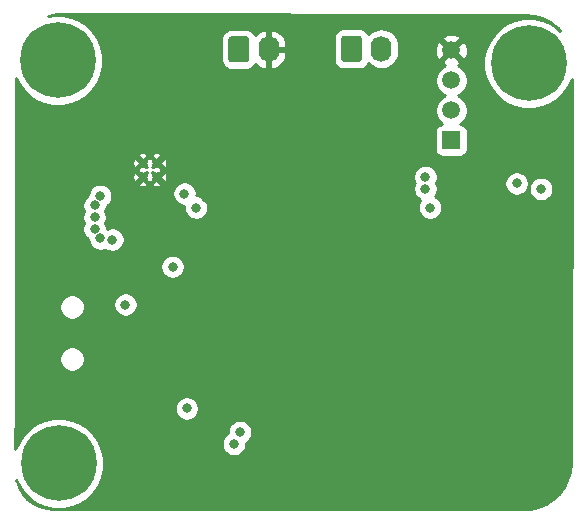
<source format=gbr>
G04 #@! TF.GenerationSoftware,KiCad,Pcbnew,5.1.5+dfsg1-2build2*
G04 #@! TF.CreationDate,2021-09-08T10:09:05+12:00*
G04 #@! TF.ProjectId,bbq-monitor,6262712d-6d6f-46e6-9974-6f722e6b6963,rev?*
G04 #@! TF.SameCoordinates,Original*
G04 #@! TF.FileFunction,Copper,L2,Inr*
G04 #@! TF.FilePolarity,Positive*
%FSLAX46Y46*%
G04 Gerber Fmt 4.6, Leading zero omitted, Abs format (unit mm)*
G04 Created by KiCad (PCBNEW 5.1.5+dfsg1-2build2) date 2021-09-08 10:09:05*
%MOMM*%
%LPD*%
G04 APERTURE LIST*
%ADD10C,0.800000*%
%ADD11C,6.400000*%
%ADD12O,1.740000X2.200000*%
%ADD13C,0.100000*%
%ADD14C,1.500000*%
%ADD15R,1.500000X1.500000*%
%ADD16C,0.500000*%
%ADD17C,0.254000*%
G04 APERTURE END LIST*
D10*
X152654000Y-95157888D03*
X150956944Y-94454944D03*
X149259888Y-95157888D03*
X148556944Y-96854944D03*
X149259888Y-98552000D03*
X150956944Y-99254944D03*
X152654000Y-98552000D03*
X153356944Y-96854944D03*
D11*
X150956944Y-96854944D03*
D10*
X152573056Y-61040944D03*
X150876000Y-60338000D03*
X149178944Y-61040944D03*
X148476000Y-62738000D03*
X149178944Y-64435056D03*
X150876000Y-65138000D03*
X152573056Y-64435056D03*
X153276000Y-62738000D03*
D11*
X150876000Y-62738000D03*
D12*
X168740000Y-61800000D03*
G04 #@! TA.AperFunction,ViaPad*
D13*
G36*
X166844505Y-60701204D02*
G01*
X166868773Y-60704804D01*
X166892572Y-60710765D01*
X166915671Y-60719030D01*
X166937850Y-60729520D01*
X166958893Y-60742132D01*
X166978599Y-60756747D01*
X166996777Y-60773223D01*
X167013253Y-60791401D01*
X167027868Y-60811107D01*
X167040480Y-60832150D01*
X167050970Y-60854329D01*
X167059235Y-60877428D01*
X167065196Y-60901227D01*
X167068796Y-60925495D01*
X167070000Y-60949999D01*
X167070000Y-62650001D01*
X167068796Y-62674505D01*
X167065196Y-62698773D01*
X167059235Y-62722572D01*
X167050970Y-62745671D01*
X167040480Y-62767850D01*
X167027868Y-62788893D01*
X167013253Y-62808599D01*
X166996777Y-62826777D01*
X166978599Y-62843253D01*
X166958893Y-62857868D01*
X166937850Y-62870480D01*
X166915671Y-62880970D01*
X166892572Y-62889235D01*
X166868773Y-62895196D01*
X166844505Y-62898796D01*
X166820001Y-62900000D01*
X165579999Y-62900000D01*
X165555495Y-62898796D01*
X165531227Y-62895196D01*
X165507428Y-62889235D01*
X165484329Y-62880970D01*
X165462150Y-62870480D01*
X165441107Y-62857868D01*
X165421401Y-62843253D01*
X165403223Y-62826777D01*
X165386747Y-62808599D01*
X165372132Y-62788893D01*
X165359520Y-62767850D01*
X165349030Y-62745671D01*
X165340765Y-62722572D01*
X165334804Y-62698773D01*
X165331204Y-62674505D01*
X165330000Y-62650001D01*
X165330000Y-60949999D01*
X165331204Y-60925495D01*
X165334804Y-60901227D01*
X165340765Y-60877428D01*
X165349030Y-60854329D01*
X165359520Y-60832150D01*
X165372132Y-60811107D01*
X165386747Y-60791401D01*
X165403223Y-60773223D01*
X165421401Y-60756747D01*
X165441107Y-60742132D01*
X165462150Y-60729520D01*
X165484329Y-60719030D01*
X165507428Y-60710765D01*
X165531227Y-60704804D01*
X165555495Y-60701204D01*
X165579999Y-60700000D01*
X166820001Y-60700000D01*
X166844505Y-60701204D01*
G37*
G04 #@! TD.AperFunction*
D11*
X190754000Y-62992000D03*
D10*
X190754000Y-60592000D03*
X192451056Y-61294944D03*
X193154000Y-62992000D03*
X192451056Y-64689056D03*
X190754000Y-65392000D03*
X189056944Y-64689056D03*
X188354000Y-62992000D03*
X189056944Y-61294944D03*
D14*
X184200000Y-61880000D03*
X184200000Y-64420000D03*
X184200000Y-66960000D03*
D15*
X184200000Y-69500000D03*
D16*
X158060000Y-72588000D03*
X158060000Y-71408000D03*
X159240000Y-72588000D03*
X159240000Y-71408000D03*
D12*
X178290000Y-61750000D03*
G04 #@! TA.AperFunction,ViaPad*
D13*
G36*
X176394505Y-60651204D02*
G01*
X176418773Y-60654804D01*
X176442572Y-60660765D01*
X176465671Y-60669030D01*
X176487850Y-60679520D01*
X176508893Y-60692132D01*
X176528599Y-60706747D01*
X176546777Y-60723223D01*
X176563253Y-60741401D01*
X176577868Y-60761107D01*
X176590480Y-60782150D01*
X176600970Y-60804329D01*
X176609235Y-60827428D01*
X176615196Y-60851227D01*
X176618796Y-60875495D01*
X176620000Y-60899999D01*
X176620000Y-62600001D01*
X176618796Y-62624505D01*
X176615196Y-62648773D01*
X176609235Y-62672572D01*
X176600970Y-62695671D01*
X176590480Y-62717850D01*
X176577868Y-62738893D01*
X176563253Y-62758599D01*
X176546777Y-62776777D01*
X176528599Y-62793253D01*
X176508893Y-62807868D01*
X176487850Y-62820480D01*
X176465671Y-62830970D01*
X176442572Y-62839235D01*
X176418773Y-62845196D01*
X176394505Y-62848796D01*
X176370001Y-62850000D01*
X175129999Y-62850000D01*
X175105495Y-62848796D01*
X175081227Y-62845196D01*
X175057428Y-62839235D01*
X175034329Y-62830970D01*
X175012150Y-62820480D01*
X174991107Y-62807868D01*
X174971401Y-62793253D01*
X174953223Y-62776777D01*
X174936747Y-62758599D01*
X174922132Y-62738893D01*
X174909520Y-62717850D01*
X174899030Y-62695671D01*
X174890765Y-62672572D01*
X174884804Y-62648773D01*
X174881204Y-62624505D01*
X174880000Y-62600001D01*
X174880000Y-60899999D01*
X174881204Y-60875495D01*
X174884804Y-60851227D01*
X174890765Y-60827428D01*
X174899030Y-60804329D01*
X174909520Y-60782150D01*
X174922132Y-60761107D01*
X174936747Y-60741401D01*
X174953223Y-60723223D01*
X174971401Y-60706747D01*
X174991107Y-60692132D01*
X175012150Y-60679520D01*
X175034329Y-60669030D01*
X175057428Y-60660765D01*
X175081227Y-60654804D01*
X175105495Y-60651204D01*
X175129999Y-60650000D01*
X176370001Y-60650000D01*
X176394505Y-60651204D01*
G37*
G04 #@! TD.AperFunction*
D10*
X166800000Y-91400000D03*
X165800000Y-90600000D03*
X185600000Y-86200000D03*
X185600000Y-85200000D03*
X186800000Y-85200000D03*
X186800000Y-86200000D03*
X186800000Y-87400000D03*
X185600000Y-87400000D03*
X184400000Y-87400000D03*
X184400000Y-86200000D03*
X184400000Y-85200000D03*
X192400000Y-80600000D03*
X193400000Y-80600000D03*
X190200000Y-75400000D03*
X192800000Y-94000000D03*
X193800000Y-94000000D03*
X170000000Y-93600000D03*
X163000000Y-95000000D03*
X163200000Y-88600000D03*
X156600000Y-87600000D03*
X162400000Y-80200000D03*
X164400000Y-74400000D03*
X163400000Y-74400000D03*
X172200000Y-71600000D03*
X173000000Y-70000000D03*
X171500000Y-70400000D03*
X154400000Y-68800000D03*
X154400000Y-69600000D03*
X156900000Y-68300000D03*
X162000000Y-67800000D03*
X162000000Y-67000000D03*
X162000000Y-68800000D03*
X162000000Y-69800000D03*
X161200000Y-70200000D03*
X154400000Y-72200000D03*
X180800000Y-70600000D03*
X163200000Y-89900000D03*
X156000000Y-88400000D03*
X154600000Y-88400000D03*
X176600000Y-72800000D03*
X176600000Y-73600000D03*
X180800000Y-75600000D03*
X161200000Y-71200000D03*
X161200000Y-72000000D03*
X161200000Y-72800000D03*
X182600000Y-69600000D03*
X172100000Y-69500000D03*
X158200000Y-80400000D03*
X159400000Y-82600000D03*
X154400000Y-71200000D03*
X154400000Y-68000000D03*
X149238000Y-67500000D03*
X152500000Y-66802000D03*
X153162000Y-70866000D03*
X149238000Y-70000000D03*
X149238000Y-72500000D03*
X152400000Y-74168000D03*
X149238000Y-75000000D03*
X149238000Y-77500000D03*
X152146000Y-78994000D03*
X164820000Y-97510000D03*
X150000000Y-92500000D03*
X152500000Y-92500000D03*
X155000000Y-92500000D03*
X157500000Y-92500000D03*
X157500000Y-95000000D03*
X155000000Y-95000000D03*
X160000000Y-92500000D03*
X160000000Y-95000000D03*
X160000000Y-97500000D03*
X157500000Y-97500000D03*
X155000000Y-100000000D03*
X157500000Y-100000000D03*
X160000000Y-100000000D03*
X162500000Y-100000000D03*
X167500000Y-100000000D03*
X165000000Y-100000000D03*
X170000000Y-100000000D03*
X172500000Y-100000000D03*
X175000000Y-100000000D03*
X177500000Y-100000000D03*
X180000000Y-100000000D03*
X182500000Y-100000000D03*
X185000000Y-100000000D03*
X187500000Y-100000000D03*
X190000000Y-100000000D03*
X162500000Y-97500000D03*
X167500000Y-97500000D03*
X170000000Y-97500000D03*
X170000000Y-95000000D03*
X167500000Y-95000000D03*
X180000000Y-85000000D03*
X180000000Y-87500000D03*
X180000000Y-90000000D03*
X180000000Y-92500000D03*
X182500000Y-92500000D03*
X185000000Y-92500000D03*
X187500000Y-92500000D03*
X190000000Y-92500000D03*
X192500000Y-92500000D03*
X192500000Y-87500000D03*
X192500000Y-85000000D03*
X192500000Y-82500000D03*
X190000000Y-82500000D03*
X187500000Y-82500000D03*
X182500000Y-82500000D03*
X185000000Y-82500000D03*
X180000000Y-82500000D03*
X192500000Y-90000000D03*
X190000000Y-90000000D03*
X187500000Y-90000000D03*
X185000000Y-90000000D03*
X182500000Y-90000000D03*
X190000000Y-87500000D03*
X190000000Y-85000000D03*
X155000000Y-60000000D03*
X172500000Y-60000000D03*
X172500000Y-62500000D03*
X170000000Y-65000000D03*
X167500000Y-65000000D03*
X165000000Y-65000000D03*
X192500000Y-70000000D03*
X192500000Y-67500000D03*
X190000000Y-67500000D03*
X187500000Y-67500000D03*
X187500000Y-60000000D03*
X182500000Y-60000000D03*
X193400000Y-76200000D03*
X182500000Y-62500000D03*
X182500000Y-65000000D03*
X182500000Y-67500000D03*
X173280000Y-86410000D03*
X172280000Y-85760000D03*
X177500000Y-92500000D03*
X177500000Y-90000000D03*
X177500000Y-87500000D03*
X177500000Y-85000000D03*
X177500000Y-82500000D03*
X185000000Y-72500000D03*
X185000000Y-75000000D03*
X190000000Y-70000000D03*
X189738000Y-73152000D03*
X182400000Y-75200000D03*
X161600000Y-74000000D03*
X165800000Y-95200000D03*
X191800000Y-73600000D03*
X182000000Y-72600000D03*
X182000000Y-73600000D03*
X160600000Y-80200000D03*
X154000000Y-75000000D03*
X154000000Y-76000000D03*
X154000000Y-77000000D03*
X162600000Y-75200000D03*
X161800000Y-92200000D03*
X154480000Y-77800000D03*
X154480000Y-74190000D03*
X155510000Y-77910000D03*
X156600000Y-83400000D03*
X166300000Y-94200000D03*
D17*
G36*
X190335282Y-58860991D02*
G01*
X190431628Y-58881440D01*
X190450114Y-58883378D01*
X191215142Y-58953448D01*
X191891794Y-59144068D01*
X192522377Y-59454806D01*
X193085771Y-59875255D01*
X193393908Y-60208399D01*
X193198670Y-60013161D01*
X192570554Y-59593467D01*
X191872628Y-59304377D01*
X191131715Y-59157000D01*
X190376285Y-59157000D01*
X189635372Y-59304377D01*
X188937446Y-59593467D01*
X188309330Y-60013161D01*
X187775161Y-60547330D01*
X187355467Y-61175446D01*
X187066377Y-61873372D01*
X186919000Y-62614285D01*
X186919000Y-63369715D01*
X187066377Y-64110628D01*
X187355467Y-64808554D01*
X187775161Y-65436670D01*
X188309330Y-65970839D01*
X188937446Y-66390533D01*
X189635372Y-66679623D01*
X190376285Y-66827000D01*
X191131715Y-66827000D01*
X191872628Y-66679623D01*
X192570554Y-66390533D01*
X193198670Y-65970839D01*
X193732839Y-65436670D01*
X194152533Y-64808554D01*
X194378089Y-64264013D01*
X194319716Y-96669182D01*
X194299290Y-96765416D01*
X194297352Y-96783903D01*
X194227282Y-97548930D01*
X194036661Y-98225584D01*
X193725925Y-98856164D01*
X193305473Y-99419561D01*
X192789395Y-99896900D01*
X192194968Y-100272201D01*
X191542101Y-100532890D01*
X190831264Y-100674502D01*
X190597173Y-100691968D01*
X190469029Y-100713451D01*
X190464777Y-100715000D01*
X150736110Y-100715000D01*
X150605071Y-100692036D01*
X150595181Y-100691355D01*
X149920243Y-100649600D01*
X149333593Y-100495257D01*
X148788095Y-100229906D01*
X148304526Y-99863654D01*
X147901305Y-99410450D01*
X147593793Y-98887564D01*
X147389968Y-98304224D01*
X147378153Y-98236316D01*
X147558411Y-98671498D01*
X147978105Y-99299614D01*
X148512274Y-99833783D01*
X149140390Y-100253477D01*
X149838316Y-100542567D01*
X150579229Y-100689944D01*
X151334659Y-100689944D01*
X152075572Y-100542567D01*
X152773498Y-100253477D01*
X153401614Y-99833783D01*
X153935783Y-99299614D01*
X154355477Y-98671498D01*
X154644567Y-97973572D01*
X154791944Y-97232659D01*
X154791944Y-96477229D01*
X154644567Y-95736316D01*
X154380194Y-95098061D01*
X164765000Y-95098061D01*
X164765000Y-95301939D01*
X164804774Y-95501898D01*
X164882795Y-95690256D01*
X164996063Y-95859774D01*
X165140226Y-96003937D01*
X165309744Y-96117205D01*
X165498102Y-96195226D01*
X165698061Y-96235000D01*
X165901939Y-96235000D01*
X166101898Y-96195226D01*
X166290256Y-96117205D01*
X166459774Y-96003937D01*
X166603937Y-95859774D01*
X166717205Y-95690256D01*
X166795226Y-95501898D01*
X166835000Y-95301939D01*
X166835000Y-95098061D01*
X166833112Y-95088570D01*
X166959774Y-95003937D01*
X167103937Y-94859774D01*
X167217205Y-94690256D01*
X167295226Y-94501898D01*
X167335000Y-94301939D01*
X167335000Y-94098061D01*
X167295226Y-93898102D01*
X167217205Y-93709744D01*
X167103937Y-93540226D01*
X166959774Y-93396063D01*
X166790256Y-93282795D01*
X166601898Y-93204774D01*
X166401939Y-93165000D01*
X166198061Y-93165000D01*
X165998102Y-93204774D01*
X165809744Y-93282795D01*
X165640226Y-93396063D01*
X165496063Y-93540226D01*
X165382795Y-93709744D01*
X165304774Y-93898102D01*
X165265000Y-94098061D01*
X165265000Y-94301939D01*
X165266888Y-94311430D01*
X165140226Y-94396063D01*
X164996063Y-94540226D01*
X164882795Y-94709744D01*
X164804774Y-94898102D01*
X164765000Y-95098061D01*
X154380194Y-95098061D01*
X154355477Y-95038390D01*
X153935783Y-94410274D01*
X153401614Y-93876105D01*
X152773498Y-93456411D01*
X152075572Y-93167321D01*
X151334659Y-93019944D01*
X150579229Y-93019944D01*
X149838316Y-93167321D01*
X149140390Y-93456411D01*
X148512274Y-93876105D01*
X147978105Y-94410274D01*
X147558411Y-95038390D01*
X147300960Y-95659934D01*
X147304158Y-92098061D01*
X160765000Y-92098061D01*
X160765000Y-92301939D01*
X160804774Y-92501898D01*
X160882795Y-92690256D01*
X160996063Y-92859774D01*
X161140226Y-93003937D01*
X161309744Y-93117205D01*
X161498102Y-93195226D01*
X161698061Y-93235000D01*
X161901939Y-93235000D01*
X162101898Y-93195226D01*
X162290256Y-93117205D01*
X162459774Y-93003937D01*
X162603937Y-92859774D01*
X162717205Y-92690256D01*
X162795226Y-92501898D01*
X162835000Y-92301939D01*
X162835000Y-92098061D01*
X162795226Y-91898102D01*
X162717205Y-91709744D01*
X162603937Y-91540226D01*
X162459774Y-91396063D01*
X162290256Y-91282795D01*
X162101898Y-91204774D01*
X161901939Y-91165000D01*
X161698061Y-91165000D01*
X161498102Y-91204774D01*
X161309744Y-91282795D01*
X161140226Y-91396063D01*
X160996063Y-91540226D01*
X160882795Y-91709744D01*
X160804774Y-91898102D01*
X160765000Y-92098061D01*
X147304158Y-92098061D01*
X147307935Y-87893137D01*
X151015000Y-87893137D01*
X151015000Y-88106863D01*
X151056696Y-88316483D01*
X151138485Y-88513940D01*
X151257225Y-88691647D01*
X151408353Y-88842775D01*
X151586060Y-88961515D01*
X151783517Y-89043304D01*
X151993137Y-89085000D01*
X152206863Y-89085000D01*
X152416483Y-89043304D01*
X152613940Y-88961515D01*
X152791647Y-88842775D01*
X152942775Y-88691647D01*
X153061515Y-88513940D01*
X153143304Y-88316483D01*
X153185000Y-88106863D01*
X153185000Y-87893137D01*
X153143304Y-87683517D01*
X153061515Y-87486060D01*
X152942775Y-87308353D01*
X152791647Y-87157225D01*
X152613940Y-87038485D01*
X152416483Y-86956696D01*
X152206863Y-86915000D01*
X151993137Y-86915000D01*
X151783517Y-86956696D01*
X151586060Y-87038485D01*
X151408353Y-87157225D01*
X151257225Y-87308353D01*
X151138485Y-87486060D01*
X151056696Y-87683517D01*
X151015000Y-87893137D01*
X147307935Y-87893137D01*
X147311886Y-83493137D01*
X151015000Y-83493137D01*
X151015000Y-83706863D01*
X151056696Y-83916483D01*
X151138485Y-84113940D01*
X151257225Y-84291647D01*
X151408353Y-84442775D01*
X151586060Y-84561515D01*
X151783517Y-84643304D01*
X151993137Y-84685000D01*
X152206863Y-84685000D01*
X152416483Y-84643304D01*
X152613940Y-84561515D01*
X152791647Y-84442775D01*
X152942775Y-84291647D01*
X153061515Y-84113940D01*
X153143304Y-83916483D01*
X153185000Y-83706863D01*
X153185000Y-83493137D01*
X153146197Y-83298061D01*
X155565000Y-83298061D01*
X155565000Y-83501939D01*
X155604774Y-83701898D01*
X155682795Y-83890256D01*
X155796063Y-84059774D01*
X155940226Y-84203937D01*
X156109744Y-84317205D01*
X156298102Y-84395226D01*
X156498061Y-84435000D01*
X156701939Y-84435000D01*
X156901898Y-84395226D01*
X157090256Y-84317205D01*
X157259774Y-84203937D01*
X157403937Y-84059774D01*
X157517205Y-83890256D01*
X157595226Y-83701898D01*
X157635000Y-83501939D01*
X157635000Y-83298061D01*
X157595226Y-83098102D01*
X157517205Y-82909744D01*
X157403937Y-82740226D01*
X157259774Y-82596063D01*
X157090256Y-82482795D01*
X156901898Y-82404774D01*
X156701939Y-82365000D01*
X156498061Y-82365000D01*
X156298102Y-82404774D01*
X156109744Y-82482795D01*
X155940226Y-82596063D01*
X155796063Y-82740226D01*
X155682795Y-82909744D01*
X155604774Y-83098102D01*
X155565000Y-83298061D01*
X153146197Y-83298061D01*
X153143304Y-83283517D01*
X153061515Y-83086060D01*
X152942775Y-82908353D01*
X152791647Y-82757225D01*
X152613940Y-82638485D01*
X152416483Y-82556696D01*
X152206863Y-82515000D01*
X151993137Y-82515000D01*
X151783517Y-82556696D01*
X151586060Y-82638485D01*
X151408353Y-82757225D01*
X151257225Y-82908353D01*
X151138485Y-83086060D01*
X151056696Y-83283517D01*
X151015000Y-83493137D01*
X147311886Y-83493137D01*
X147314935Y-80098061D01*
X159565000Y-80098061D01*
X159565000Y-80301939D01*
X159604774Y-80501898D01*
X159682795Y-80690256D01*
X159796063Y-80859774D01*
X159940226Y-81003937D01*
X160109744Y-81117205D01*
X160298102Y-81195226D01*
X160498061Y-81235000D01*
X160701939Y-81235000D01*
X160901898Y-81195226D01*
X161090256Y-81117205D01*
X161259774Y-81003937D01*
X161403937Y-80859774D01*
X161517205Y-80690256D01*
X161595226Y-80501898D01*
X161635000Y-80301939D01*
X161635000Y-80098061D01*
X161595226Y-79898102D01*
X161517205Y-79709744D01*
X161403937Y-79540226D01*
X161259774Y-79396063D01*
X161090256Y-79282795D01*
X160901898Y-79204774D01*
X160701939Y-79165000D01*
X160498061Y-79165000D01*
X160298102Y-79204774D01*
X160109744Y-79282795D01*
X159940226Y-79396063D01*
X159796063Y-79540226D01*
X159682795Y-79709744D01*
X159604774Y-79898102D01*
X159565000Y-80098061D01*
X147314935Y-80098061D01*
X147319606Y-74898061D01*
X152965000Y-74898061D01*
X152965000Y-75101939D01*
X153004774Y-75301898D01*
X153082795Y-75490256D01*
X153089306Y-75500000D01*
X153082795Y-75509744D01*
X153004774Y-75698102D01*
X152965000Y-75898061D01*
X152965000Y-76101939D01*
X153004774Y-76301898D01*
X153082795Y-76490256D01*
X153089306Y-76500000D01*
X153082795Y-76509744D01*
X153004774Y-76698102D01*
X152965000Y-76898061D01*
X152965000Y-77101939D01*
X153004774Y-77301898D01*
X153082795Y-77490256D01*
X153196063Y-77659774D01*
X153340226Y-77803937D01*
X153445000Y-77873945D01*
X153445000Y-77901939D01*
X153484774Y-78101898D01*
X153562795Y-78290256D01*
X153676063Y-78459774D01*
X153820226Y-78603937D01*
X153989744Y-78717205D01*
X154178102Y-78795226D01*
X154378061Y-78835000D01*
X154581939Y-78835000D01*
X154781898Y-78795226D01*
X154899179Y-78746646D01*
X155019744Y-78827205D01*
X155208102Y-78905226D01*
X155408061Y-78945000D01*
X155611939Y-78945000D01*
X155811898Y-78905226D01*
X156000256Y-78827205D01*
X156169774Y-78713937D01*
X156313937Y-78569774D01*
X156427205Y-78400256D01*
X156505226Y-78211898D01*
X156545000Y-78011939D01*
X156545000Y-77808061D01*
X156505226Y-77608102D01*
X156427205Y-77419744D01*
X156313937Y-77250226D01*
X156169774Y-77106063D01*
X156000256Y-76992795D01*
X155811898Y-76914774D01*
X155611939Y-76875000D01*
X155408061Y-76875000D01*
X155208102Y-76914774D01*
X155090821Y-76963354D01*
X155035000Y-76926055D01*
X155035000Y-76898061D01*
X154995226Y-76698102D01*
X154917205Y-76509744D01*
X154910694Y-76500000D01*
X154917205Y-76490256D01*
X154995226Y-76301898D01*
X155035000Y-76101939D01*
X155035000Y-75898061D01*
X154995226Y-75698102D01*
X154917205Y-75509744D01*
X154910694Y-75500000D01*
X154917205Y-75490256D01*
X154995226Y-75301898D01*
X155035000Y-75101939D01*
X155035000Y-75063945D01*
X155139774Y-74993937D01*
X155283937Y-74849774D01*
X155397205Y-74680256D01*
X155475226Y-74491898D01*
X155515000Y-74291939D01*
X155515000Y-74088061D01*
X155477207Y-73898061D01*
X160565000Y-73898061D01*
X160565000Y-74101939D01*
X160604774Y-74301898D01*
X160682795Y-74490256D01*
X160796063Y-74659774D01*
X160940226Y-74803937D01*
X161109744Y-74917205D01*
X161298102Y-74995226D01*
X161498061Y-75035000D01*
X161577544Y-75035000D01*
X161565000Y-75098061D01*
X161565000Y-75301939D01*
X161604774Y-75501898D01*
X161682795Y-75690256D01*
X161796063Y-75859774D01*
X161940226Y-76003937D01*
X162109744Y-76117205D01*
X162298102Y-76195226D01*
X162498061Y-76235000D01*
X162701939Y-76235000D01*
X162901898Y-76195226D01*
X163090256Y-76117205D01*
X163259774Y-76003937D01*
X163403937Y-75859774D01*
X163517205Y-75690256D01*
X163595226Y-75501898D01*
X163635000Y-75301939D01*
X163635000Y-75098061D01*
X163595226Y-74898102D01*
X163517205Y-74709744D01*
X163403937Y-74540226D01*
X163259774Y-74396063D01*
X163090256Y-74282795D01*
X162901898Y-74204774D01*
X162701939Y-74165000D01*
X162622456Y-74165000D01*
X162635000Y-74101939D01*
X162635000Y-73898061D01*
X162595226Y-73698102D01*
X162517205Y-73509744D01*
X162403937Y-73340226D01*
X162259774Y-73196063D01*
X162090256Y-73082795D01*
X161901898Y-73004774D01*
X161701939Y-72965000D01*
X161498061Y-72965000D01*
X161298102Y-73004774D01*
X161109744Y-73082795D01*
X160940226Y-73196063D01*
X160796063Y-73340226D01*
X160682795Y-73509744D01*
X160604774Y-73698102D01*
X160565000Y-73898061D01*
X155477207Y-73898061D01*
X155475226Y-73888102D01*
X155397205Y-73699744D01*
X155283937Y-73530226D01*
X155139774Y-73386063D01*
X154970256Y-73272795D01*
X154781898Y-73194774D01*
X154728558Y-73184164D01*
X157637784Y-73184164D01*
X157641826Y-73372827D01*
X157802974Y-73439328D01*
X157973998Y-73473113D01*
X158148328Y-73472884D01*
X158319264Y-73438649D01*
X158478174Y-73372827D01*
X158482216Y-73184164D01*
X158817784Y-73184164D01*
X158821826Y-73372827D01*
X158982974Y-73439328D01*
X159153998Y-73473113D01*
X159328328Y-73472884D01*
X159499264Y-73438649D01*
X159658174Y-73372827D01*
X159662216Y-73184164D01*
X159240000Y-72761948D01*
X158817784Y-73184164D01*
X158482216Y-73184164D01*
X158060000Y-72761948D01*
X157637784Y-73184164D01*
X154728558Y-73184164D01*
X154581939Y-73155000D01*
X154378061Y-73155000D01*
X154178102Y-73194774D01*
X153989744Y-73272795D01*
X153820226Y-73386063D01*
X153676063Y-73530226D01*
X153562795Y-73699744D01*
X153484774Y-73888102D01*
X153445000Y-74088061D01*
X153445000Y-74126055D01*
X153340226Y-74196063D01*
X153196063Y-74340226D01*
X153082795Y-74509744D01*
X153004774Y-74698102D01*
X152965000Y-74898061D01*
X147319606Y-74898061D01*
X147321758Y-72501998D01*
X157174887Y-72501998D01*
X157175116Y-72676328D01*
X157209351Y-72847264D01*
X157275173Y-73006174D01*
X157463836Y-73010216D01*
X157886052Y-72588000D01*
X157463836Y-72165784D01*
X157275173Y-72169826D01*
X157208672Y-72330974D01*
X157174887Y-72501998D01*
X147321758Y-72501998D01*
X147322215Y-71991836D01*
X157637784Y-71991836D01*
X157643948Y-71998000D01*
X157637784Y-72004164D01*
X157641826Y-72192827D01*
X157802974Y-72259328D01*
X157930460Y-72284512D01*
X158060000Y-72414052D01*
X158189392Y-72284660D01*
X158319264Y-72258649D01*
X158438982Y-72209061D01*
X158388672Y-72330974D01*
X158363488Y-72458460D01*
X158233948Y-72588000D01*
X158363340Y-72717392D01*
X158389351Y-72847264D01*
X158455173Y-73006174D01*
X158643836Y-73010216D01*
X158650000Y-73004052D01*
X158656164Y-73010216D01*
X158844827Y-73006174D01*
X158911328Y-72845026D01*
X158936512Y-72717540D01*
X159066052Y-72588000D01*
X159413948Y-72588000D01*
X159836164Y-73010216D01*
X160024827Y-73006174D01*
X160091328Y-72845026D01*
X160125113Y-72674002D01*
X160124884Y-72499672D01*
X160124562Y-72498061D01*
X180965000Y-72498061D01*
X180965000Y-72701939D01*
X181004774Y-72901898D01*
X181082795Y-73090256D01*
X181089306Y-73100000D01*
X181082795Y-73109744D01*
X181004774Y-73298102D01*
X180965000Y-73498061D01*
X180965000Y-73701939D01*
X181004774Y-73901898D01*
X181082795Y-74090256D01*
X181196063Y-74259774D01*
X181340226Y-74403937D01*
X181509744Y-74517205D01*
X181589399Y-74550199D01*
X181482795Y-74709744D01*
X181404774Y-74898102D01*
X181365000Y-75098061D01*
X181365000Y-75301939D01*
X181404774Y-75501898D01*
X181482795Y-75690256D01*
X181596063Y-75859774D01*
X181740226Y-76003937D01*
X181909744Y-76117205D01*
X182098102Y-76195226D01*
X182298061Y-76235000D01*
X182501939Y-76235000D01*
X182701898Y-76195226D01*
X182890256Y-76117205D01*
X183059774Y-76003937D01*
X183203937Y-75859774D01*
X183317205Y-75690256D01*
X183395226Y-75501898D01*
X183435000Y-75301939D01*
X183435000Y-75098061D01*
X183395226Y-74898102D01*
X183317205Y-74709744D01*
X183203937Y-74540226D01*
X183059774Y-74396063D01*
X182890256Y-74282795D01*
X182810601Y-74249801D01*
X182917205Y-74090256D01*
X182995226Y-73901898D01*
X183035000Y-73701939D01*
X183035000Y-73498061D01*
X182995226Y-73298102D01*
X182917205Y-73109744D01*
X182910694Y-73100000D01*
X182917205Y-73090256D01*
X182933854Y-73050061D01*
X188703000Y-73050061D01*
X188703000Y-73253939D01*
X188742774Y-73453898D01*
X188820795Y-73642256D01*
X188934063Y-73811774D01*
X189078226Y-73955937D01*
X189247744Y-74069205D01*
X189436102Y-74147226D01*
X189636061Y-74187000D01*
X189839939Y-74187000D01*
X190039898Y-74147226D01*
X190228256Y-74069205D01*
X190397774Y-73955937D01*
X190541937Y-73811774D01*
X190655205Y-73642256D01*
X190714932Y-73498061D01*
X190765000Y-73498061D01*
X190765000Y-73701939D01*
X190804774Y-73901898D01*
X190882795Y-74090256D01*
X190996063Y-74259774D01*
X191140226Y-74403937D01*
X191309744Y-74517205D01*
X191498102Y-74595226D01*
X191698061Y-74635000D01*
X191901939Y-74635000D01*
X192101898Y-74595226D01*
X192290256Y-74517205D01*
X192459774Y-74403937D01*
X192603937Y-74259774D01*
X192717205Y-74090256D01*
X192795226Y-73901898D01*
X192835000Y-73701939D01*
X192835000Y-73498061D01*
X192795226Y-73298102D01*
X192717205Y-73109744D01*
X192603937Y-72940226D01*
X192459774Y-72796063D01*
X192290256Y-72682795D01*
X192101898Y-72604774D01*
X191901939Y-72565000D01*
X191698061Y-72565000D01*
X191498102Y-72604774D01*
X191309744Y-72682795D01*
X191140226Y-72796063D01*
X190996063Y-72940226D01*
X190882795Y-73109744D01*
X190804774Y-73298102D01*
X190765000Y-73498061D01*
X190714932Y-73498061D01*
X190733226Y-73453898D01*
X190773000Y-73253939D01*
X190773000Y-73050061D01*
X190733226Y-72850102D01*
X190655205Y-72661744D01*
X190541937Y-72492226D01*
X190397774Y-72348063D01*
X190228256Y-72234795D01*
X190039898Y-72156774D01*
X189839939Y-72117000D01*
X189636061Y-72117000D01*
X189436102Y-72156774D01*
X189247744Y-72234795D01*
X189078226Y-72348063D01*
X188934063Y-72492226D01*
X188820795Y-72661744D01*
X188742774Y-72850102D01*
X188703000Y-73050061D01*
X182933854Y-73050061D01*
X182995226Y-72901898D01*
X183035000Y-72701939D01*
X183035000Y-72498061D01*
X182995226Y-72298102D01*
X182917205Y-72109744D01*
X182803937Y-71940226D01*
X182659774Y-71796063D01*
X182490256Y-71682795D01*
X182301898Y-71604774D01*
X182101939Y-71565000D01*
X181898061Y-71565000D01*
X181698102Y-71604774D01*
X181509744Y-71682795D01*
X181340226Y-71796063D01*
X181196063Y-71940226D01*
X181082795Y-72109744D01*
X181004774Y-72298102D01*
X180965000Y-72498061D01*
X160124562Y-72498061D01*
X160090649Y-72328736D01*
X160024827Y-72169826D01*
X159836164Y-72165784D01*
X159413948Y-72588000D01*
X159066052Y-72588000D01*
X158936660Y-72458608D01*
X158910649Y-72328736D01*
X158861061Y-72209018D01*
X158982974Y-72259328D01*
X159110460Y-72284512D01*
X159240000Y-72414052D01*
X159369392Y-72284660D01*
X159499264Y-72258649D01*
X159658174Y-72192827D01*
X159662216Y-72004164D01*
X159656052Y-71998000D01*
X159662216Y-71991836D01*
X159658174Y-71803173D01*
X159497026Y-71736672D01*
X159369540Y-71711488D01*
X159240000Y-71581948D01*
X159110608Y-71711340D01*
X158980736Y-71737351D01*
X158861018Y-71786939D01*
X158911328Y-71665026D01*
X158936512Y-71537540D01*
X159066052Y-71408000D01*
X159413948Y-71408000D01*
X159836164Y-71830216D01*
X160024827Y-71826174D01*
X160091328Y-71665026D01*
X160125113Y-71494002D01*
X160124884Y-71319672D01*
X160090649Y-71148736D01*
X160024827Y-70989826D01*
X159836164Y-70985784D01*
X159413948Y-71408000D01*
X159066052Y-71408000D01*
X158936660Y-71278608D01*
X158910649Y-71148736D01*
X158844827Y-70989826D01*
X158656164Y-70985784D01*
X158650000Y-70991948D01*
X158643836Y-70985784D01*
X158455173Y-70989826D01*
X158388672Y-71150974D01*
X158363488Y-71278460D01*
X158233948Y-71408000D01*
X158363340Y-71537392D01*
X158389351Y-71667264D01*
X158438939Y-71786982D01*
X158317026Y-71736672D01*
X158189540Y-71711488D01*
X158060000Y-71581948D01*
X157930608Y-71711340D01*
X157800736Y-71737351D01*
X157641826Y-71803173D01*
X157637784Y-71991836D01*
X147322215Y-71991836D01*
X147322817Y-71321998D01*
X157174887Y-71321998D01*
X157175116Y-71496328D01*
X157209351Y-71667264D01*
X157275173Y-71826174D01*
X157463836Y-71830216D01*
X157886052Y-71408000D01*
X157463836Y-70985784D01*
X157275173Y-70989826D01*
X157208672Y-71150974D01*
X157174887Y-71321998D01*
X147322817Y-71321998D01*
X147323275Y-70811836D01*
X157637784Y-70811836D01*
X158060000Y-71234052D01*
X158482216Y-70811836D01*
X158817784Y-70811836D01*
X159240000Y-71234052D01*
X159662216Y-70811836D01*
X159658174Y-70623173D01*
X159497026Y-70556672D01*
X159326002Y-70522887D01*
X159151672Y-70523116D01*
X158980736Y-70557351D01*
X158821826Y-70623173D01*
X158817784Y-70811836D01*
X158482216Y-70811836D01*
X158478174Y-70623173D01*
X158317026Y-70556672D01*
X158146002Y-70522887D01*
X157971672Y-70523116D01*
X157800736Y-70557351D01*
X157641826Y-70623173D01*
X157637784Y-70811836D01*
X147323275Y-70811836D01*
X147325127Y-68750000D01*
X182811928Y-68750000D01*
X182811928Y-70250000D01*
X182824188Y-70374482D01*
X182860498Y-70494180D01*
X182919463Y-70604494D01*
X182998815Y-70701185D01*
X183095506Y-70780537D01*
X183205820Y-70839502D01*
X183325518Y-70875812D01*
X183450000Y-70888072D01*
X184950000Y-70888072D01*
X185074482Y-70875812D01*
X185194180Y-70839502D01*
X185304494Y-70780537D01*
X185401185Y-70701185D01*
X185480537Y-70604494D01*
X185539502Y-70494180D01*
X185575812Y-70374482D01*
X185588072Y-70250000D01*
X185588072Y-68750000D01*
X185575812Y-68625518D01*
X185539502Y-68505820D01*
X185480537Y-68395506D01*
X185401185Y-68298815D01*
X185304494Y-68219463D01*
X185194180Y-68160498D01*
X185074482Y-68124188D01*
X184966517Y-68113555D01*
X185082886Y-68035799D01*
X185275799Y-67842886D01*
X185427371Y-67616043D01*
X185531775Y-67363989D01*
X185585000Y-67096411D01*
X185585000Y-66823589D01*
X185531775Y-66556011D01*
X185427371Y-66303957D01*
X185275799Y-66077114D01*
X185082886Y-65884201D01*
X184856043Y-65732629D01*
X184753127Y-65690000D01*
X184856043Y-65647371D01*
X185082886Y-65495799D01*
X185275799Y-65302886D01*
X185427371Y-65076043D01*
X185531775Y-64823989D01*
X185585000Y-64556411D01*
X185585000Y-64283589D01*
X185531775Y-64016011D01*
X185427371Y-63763957D01*
X185275799Y-63537114D01*
X185082886Y-63344201D01*
X184856043Y-63192629D01*
X184756721Y-63151489D01*
X184798832Y-63136277D01*
X184911863Y-63075860D01*
X184977388Y-62836993D01*
X184200000Y-62059605D01*
X183422612Y-62836993D01*
X183488137Y-63075860D01*
X183646477Y-63150164D01*
X183543957Y-63192629D01*
X183317114Y-63344201D01*
X183124201Y-63537114D01*
X182972629Y-63763957D01*
X182868225Y-64016011D01*
X182815000Y-64283589D01*
X182815000Y-64556411D01*
X182868225Y-64823989D01*
X182972629Y-65076043D01*
X183124201Y-65302886D01*
X183317114Y-65495799D01*
X183543957Y-65647371D01*
X183646873Y-65690000D01*
X183543957Y-65732629D01*
X183317114Y-65884201D01*
X183124201Y-66077114D01*
X182972629Y-66303957D01*
X182868225Y-66556011D01*
X182815000Y-66823589D01*
X182815000Y-67096411D01*
X182868225Y-67363989D01*
X182972629Y-67616043D01*
X183124201Y-67842886D01*
X183317114Y-68035799D01*
X183433483Y-68113555D01*
X183325518Y-68124188D01*
X183205820Y-68160498D01*
X183095506Y-68219463D01*
X182998815Y-68298815D01*
X182919463Y-68395506D01*
X182860498Y-68505820D01*
X182824188Y-68625518D01*
X182811928Y-68750000D01*
X147325127Y-68750000D01*
X147329218Y-64196650D01*
X147477467Y-64554554D01*
X147897161Y-65182670D01*
X148431330Y-65716839D01*
X149059446Y-66136533D01*
X149757372Y-66425623D01*
X150498285Y-66573000D01*
X151253715Y-66573000D01*
X151994628Y-66425623D01*
X152692554Y-66136533D01*
X153320670Y-65716839D01*
X153854839Y-65182670D01*
X154274533Y-64554554D01*
X154563623Y-63856628D01*
X154711000Y-63115715D01*
X154711000Y-62360285D01*
X154563623Y-61619372D01*
X154286361Y-60949999D01*
X164691928Y-60949999D01*
X164691928Y-62650001D01*
X164708992Y-62823255D01*
X164759528Y-62989851D01*
X164841595Y-63143387D01*
X164952038Y-63277962D01*
X165086613Y-63388405D01*
X165240149Y-63470472D01*
X165406745Y-63521008D01*
X165579999Y-63538072D01*
X166820001Y-63538072D01*
X166993255Y-63521008D01*
X167159851Y-63470472D01*
X167313387Y-63388405D01*
X167447962Y-63277962D01*
X167558405Y-63143387D01*
X167616507Y-63034686D01*
X167769506Y-63190536D01*
X168014563Y-63357571D01*
X168287498Y-63473588D01*
X168379969Y-63491302D01*
X168613000Y-63370246D01*
X168613000Y-61927000D01*
X168867000Y-61927000D01*
X168867000Y-63370246D01*
X169100031Y-63491302D01*
X169192502Y-63473588D01*
X169465437Y-63357571D01*
X169710494Y-63190536D01*
X169918256Y-62978903D01*
X170080738Y-62730804D01*
X170191696Y-62455773D01*
X170246866Y-62164380D01*
X170090586Y-61927000D01*
X168867000Y-61927000D01*
X168613000Y-61927000D01*
X168593000Y-61927000D01*
X168593000Y-61673000D01*
X168613000Y-61673000D01*
X168613000Y-60229754D01*
X168867000Y-60229754D01*
X168867000Y-61673000D01*
X170090586Y-61673000D01*
X170246866Y-61435620D01*
X170191696Y-61144227D01*
X170093166Y-60899999D01*
X174241928Y-60899999D01*
X174241928Y-62600001D01*
X174258992Y-62773255D01*
X174309528Y-62939851D01*
X174391595Y-63093387D01*
X174502038Y-63227962D01*
X174636613Y-63338405D01*
X174790149Y-63420472D01*
X174956745Y-63471008D01*
X175129999Y-63488072D01*
X176370001Y-63488072D01*
X176543255Y-63471008D01*
X176709851Y-63420472D01*
X176863387Y-63338405D01*
X176997962Y-63227962D01*
X177108405Y-63093387D01*
X177166934Y-62983886D01*
X177220655Y-63049345D01*
X177449822Y-63237417D01*
X177711276Y-63377166D01*
X177994969Y-63463224D01*
X178290000Y-63492282D01*
X178585032Y-63463224D01*
X178868725Y-63377166D01*
X179130179Y-63237417D01*
X179359345Y-63049345D01*
X179547417Y-62820179D01*
X179687166Y-62558724D01*
X179773224Y-62275031D01*
X179795000Y-62053935D01*
X179795000Y-61952492D01*
X182810188Y-61952492D01*
X182851035Y-62222238D01*
X182943723Y-62478832D01*
X183004140Y-62591863D01*
X183243007Y-62657388D01*
X184020395Y-61880000D01*
X184379605Y-61880000D01*
X185156993Y-62657388D01*
X185395860Y-62591863D01*
X185511760Y-62344884D01*
X185577250Y-62080040D01*
X185589812Y-61807508D01*
X185548965Y-61537762D01*
X185456277Y-61281168D01*
X185395860Y-61168137D01*
X185156993Y-61102612D01*
X184379605Y-61880000D01*
X184020395Y-61880000D01*
X183243007Y-61102612D01*
X183004140Y-61168137D01*
X182888240Y-61415116D01*
X182822750Y-61679960D01*
X182810188Y-61952492D01*
X179795000Y-61952492D01*
X179795000Y-61446064D01*
X179773224Y-61224968D01*
X179687166Y-60941275D01*
X179677402Y-60923007D01*
X183422612Y-60923007D01*
X184200000Y-61700395D01*
X184977388Y-60923007D01*
X184911863Y-60684140D01*
X184664884Y-60568240D01*
X184400040Y-60502750D01*
X184127508Y-60490188D01*
X183857762Y-60531035D01*
X183601168Y-60623723D01*
X183488137Y-60684140D01*
X183422612Y-60923007D01*
X179677402Y-60923007D01*
X179547417Y-60679821D01*
X179359345Y-60450655D01*
X179130178Y-60262583D01*
X178868724Y-60122834D01*
X178585031Y-60036776D01*
X178290000Y-60007718D01*
X177994968Y-60036776D01*
X177711275Y-60122834D01*
X177449821Y-60262583D01*
X177220655Y-60450655D01*
X177166935Y-60516114D01*
X177108405Y-60406613D01*
X176997962Y-60272038D01*
X176863387Y-60161595D01*
X176709851Y-60079528D01*
X176543255Y-60028992D01*
X176370001Y-60011928D01*
X175129999Y-60011928D01*
X174956745Y-60028992D01*
X174790149Y-60079528D01*
X174636613Y-60161595D01*
X174502038Y-60272038D01*
X174391595Y-60406613D01*
X174309528Y-60560149D01*
X174258992Y-60726745D01*
X174241928Y-60899999D01*
X170093166Y-60899999D01*
X170080738Y-60869196D01*
X169918256Y-60621097D01*
X169710494Y-60409464D01*
X169465437Y-60242429D01*
X169192502Y-60126412D01*
X169100031Y-60108698D01*
X168867000Y-60229754D01*
X168613000Y-60229754D01*
X168379969Y-60108698D01*
X168287498Y-60126412D01*
X168014563Y-60242429D01*
X167769506Y-60409464D01*
X167616507Y-60565314D01*
X167558405Y-60456613D01*
X167447962Y-60322038D01*
X167313387Y-60211595D01*
X167159851Y-60129528D01*
X166993255Y-60078992D01*
X166820001Y-60061928D01*
X165579999Y-60061928D01*
X165406745Y-60078992D01*
X165240149Y-60129528D01*
X165086613Y-60211595D01*
X164952038Y-60322038D01*
X164841595Y-60456613D01*
X164759528Y-60610149D01*
X164708992Y-60776745D01*
X164691928Y-60949999D01*
X154286361Y-60949999D01*
X154274533Y-60921446D01*
X153854839Y-60293330D01*
X153320670Y-59759161D01*
X152692554Y-59339467D01*
X151994628Y-59050377D01*
X151253715Y-58903000D01*
X150498285Y-58903000D01*
X150040310Y-58994097D01*
X150107896Y-58967110D01*
X150818736Y-58825498D01*
X151052827Y-58808032D01*
X151180971Y-58786549D01*
X151184244Y-58785356D01*
X190335282Y-58860991D01*
G37*
X190335282Y-58860991D02*
X190431628Y-58881440D01*
X190450114Y-58883378D01*
X191215142Y-58953448D01*
X191891794Y-59144068D01*
X192522377Y-59454806D01*
X193085771Y-59875255D01*
X193393908Y-60208399D01*
X193198670Y-60013161D01*
X192570554Y-59593467D01*
X191872628Y-59304377D01*
X191131715Y-59157000D01*
X190376285Y-59157000D01*
X189635372Y-59304377D01*
X188937446Y-59593467D01*
X188309330Y-60013161D01*
X187775161Y-60547330D01*
X187355467Y-61175446D01*
X187066377Y-61873372D01*
X186919000Y-62614285D01*
X186919000Y-63369715D01*
X187066377Y-64110628D01*
X187355467Y-64808554D01*
X187775161Y-65436670D01*
X188309330Y-65970839D01*
X188937446Y-66390533D01*
X189635372Y-66679623D01*
X190376285Y-66827000D01*
X191131715Y-66827000D01*
X191872628Y-66679623D01*
X192570554Y-66390533D01*
X193198670Y-65970839D01*
X193732839Y-65436670D01*
X194152533Y-64808554D01*
X194378089Y-64264013D01*
X194319716Y-96669182D01*
X194299290Y-96765416D01*
X194297352Y-96783903D01*
X194227282Y-97548930D01*
X194036661Y-98225584D01*
X193725925Y-98856164D01*
X193305473Y-99419561D01*
X192789395Y-99896900D01*
X192194968Y-100272201D01*
X191542101Y-100532890D01*
X190831264Y-100674502D01*
X190597173Y-100691968D01*
X190469029Y-100713451D01*
X190464777Y-100715000D01*
X150736110Y-100715000D01*
X150605071Y-100692036D01*
X150595181Y-100691355D01*
X149920243Y-100649600D01*
X149333593Y-100495257D01*
X148788095Y-100229906D01*
X148304526Y-99863654D01*
X147901305Y-99410450D01*
X147593793Y-98887564D01*
X147389968Y-98304224D01*
X147378153Y-98236316D01*
X147558411Y-98671498D01*
X147978105Y-99299614D01*
X148512274Y-99833783D01*
X149140390Y-100253477D01*
X149838316Y-100542567D01*
X150579229Y-100689944D01*
X151334659Y-100689944D01*
X152075572Y-100542567D01*
X152773498Y-100253477D01*
X153401614Y-99833783D01*
X153935783Y-99299614D01*
X154355477Y-98671498D01*
X154644567Y-97973572D01*
X154791944Y-97232659D01*
X154791944Y-96477229D01*
X154644567Y-95736316D01*
X154380194Y-95098061D01*
X164765000Y-95098061D01*
X164765000Y-95301939D01*
X164804774Y-95501898D01*
X164882795Y-95690256D01*
X164996063Y-95859774D01*
X165140226Y-96003937D01*
X165309744Y-96117205D01*
X165498102Y-96195226D01*
X165698061Y-96235000D01*
X165901939Y-96235000D01*
X166101898Y-96195226D01*
X166290256Y-96117205D01*
X166459774Y-96003937D01*
X166603937Y-95859774D01*
X166717205Y-95690256D01*
X166795226Y-95501898D01*
X166835000Y-95301939D01*
X166835000Y-95098061D01*
X166833112Y-95088570D01*
X166959774Y-95003937D01*
X167103937Y-94859774D01*
X167217205Y-94690256D01*
X167295226Y-94501898D01*
X167335000Y-94301939D01*
X167335000Y-94098061D01*
X167295226Y-93898102D01*
X167217205Y-93709744D01*
X167103937Y-93540226D01*
X166959774Y-93396063D01*
X166790256Y-93282795D01*
X166601898Y-93204774D01*
X166401939Y-93165000D01*
X166198061Y-93165000D01*
X165998102Y-93204774D01*
X165809744Y-93282795D01*
X165640226Y-93396063D01*
X165496063Y-93540226D01*
X165382795Y-93709744D01*
X165304774Y-93898102D01*
X165265000Y-94098061D01*
X165265000Y-94301939D01*
X165266888Y-94311430D01*
X165140226Y-94396063D01*
X164996063Y-94540226D01*
X164882795Y-94709744D01*
X164804774Y-94898102D01*
X164765000Y-95098061D01*
X154380194Y-95098061D01*
X154355477Y-95038390D01*
X153935783Y-94410274D01*
X153401614Y-93876105D01*
X152773498Y-93456411D01*
X152075572Y-93167321D01*
X151334659Y-93019944D01*
X150579229Y-93019944D01*
X149838316Y-93167321D01*
X149140390Y-93456411D01*
X148512274Y-93876105D01*
X147978105Y-94410274D01*
X147558411Y-95038390D01*
X147300960Y-95659934D01*
X147304158Y-92098061D01*
X160765000Y-92098061D01*
X160765000Y-92301939D01*
X160804774Y-92501898D01*
X160882795Y-92690256D01*
X160996063Y-92859774D01*
X161140226Y-93003937D01*
X161309744Y-93117205D01*
X161498102Y-93195226D01*
X161698061Y-93235000D01*
X161901939Y-93235000D01*
X162101898Y-93195226D01*
X162290256Y-93117205D01*
X162459774Y-93003937D01*
X162603937Y-92859774D01*
X162717205Y-92690256D01*
X162795226Y-92501898D01*
X162835000Y-92301939D01*
X162835000Y-92098061D01*
X162795226Y-91898102D01*
X162717205Y-91709744D01*
X162603937Y-91540226D01*
X162459774Y-91396063D01*
X162290256Y-91282795D01*
X162101898Y-91204774D01*
X161901939Y-91165000D01*
X161698061Y-91165000D01*
X161498102Y-91204774D01*
X161309744Y-91282795D01*
X161140226Y-91396063D01*
X160996063Y-91540226D01*
X160882795Y-91709744D01*
X160804774Y-91898102D01*
X160765000Y-92098061D01*
X147304158Y-92098061D01*
X147307935Y-87893137D01*
X151015000Y-87893137D01*
X151015000Y-88106863D01*
X151056696Y-88316483D01*
X151138485Y-88513940D01*
X151257225Y-88691647D01*
X151408353Y-88842775D01*
X151586060Y-88961515D01*
X151783517Y-89043304D01*
X151993137Y-89085000D01*
X152206863Y-89085000D01*
X152416483Y-89043304D01*
X152613940Y-88961515D01*
X152791647Y-88842775D01*
X152942775Y-88691647D01*
X153061515Y-88513940D01*
X153143304Y-88316483D01*
X153185000Y-88106863D01*
X153185000Y-87893137D01*
X153143304Y-87683517D01*
X153061515Y-87486060D01*
X152942775Y-87308353D01*
X152791647Y-87157225D01*
X152613940Y-87038485D01*
X152416483Y-86956696D01*
X152206863Y-86915000D01*
X151993137Y-86915000D01*
X151783517Y-86956696D01*
X151586060Y-87038485D01*
X151408353Y-87157225D01*
X151257225Y-87308353D01*
X151138485Y-87486060D01*
X151056696Y-87683517D01*
X151015000Y-87893137D01*
X147307935Y-87893137D01*
X147311886Y-83493137D01*
X151015000Y-83493137D01*
X151015000Y-83706863D01*
X151056696Y-83916483D01*
X151138485Y-84113940D01*
X151257225Y-84291647D01*
X151408353Y-84442775D01*
X151586060Y-84561515D01*
X151783517Y-84643304D01*
X151993137Y-84685000D01*
X152206863Y-84685000D01*
X152416483Y-84643304D01*
X152613940Y-84561515D01*
X152791647Y-84442775D01*
X152942775Y-84291647D01*
X153061515Y-84113940D01*
X153143304Y-83916483D01*
X153185000Y-83706863D01*
X153185000Y-83493137D01*
X153146197Y-83298061D01*
X155565000Y-83298061D01*
X155565000Y-83501939D01*
X155604774Y-83701898D01*
X155682795Y-83890256D01*
X155796063Y-84059774D01*
X155940226Y-84203937D01*
X156109744Y-84317205D01*
X156298102Y-84395226D01*
X156498061Y-84435000D01*
X156701939Y-84435000D01*
X156901898Y-84395226D01*
X157090256Y-84317205D01*
X157259774Y-84203937D01*
X157403937Y-84059774D01*
X157517205Y-83890256D01*
X157595226Y-83701898D01*
X157635000Y-83501939D01*
X157635000Y-83298061D01*
X157595226Y-83098102D01*
X157517205Y-82909744D01*
X157403937Y-82740226D01*
X157259774Y-82596063D01*
X157090256Y-82482795D01*
X156901898Y-82404774D01*
X156701939Y-82365000D01*
X156498061Y-82365000D01*
X156298102Y-82404774D01*
X156109744Y-82482795D01*
X155940226Y-82596063D01*
X155796063Y-82740226D01*
X155682795Y-82909744D01*
X155604774Y-83098102D01*
X155565000Y-83298061D01*
X153146197Y-83298061D01*
X153143304Y-83283517D01*
X153061515Y-83086060D01*
X152942775Y-82908353D01*
X152791647Y-82757225D01*
X152613940Y-82638485D01*
X152416483Y-82556696D01*
X152206863Y-82515000D01*
X151993137Y-82515000D01*
X151783517Y-82556696D01*
X151586060Y-82638485D01*
X151408353Y-82757225D01*
X151257225Y-82908353D01*
X151138485Y-83086060D01*
X151056696Y-83283517D01*
X151015000Y-83493137D01*
X147311886Y-83493137D01*
X147314935Y-80098061D01*
X159565000Y-80098061D01*
X159565000Y-80301939D01*
X159604774Y-80501898D01*
X159682795Y-80690256D01*
X159796063Y-80859774D01*
X159940226Y-81003937D01*
X160109744Y-81117205D01*
X160298102Y-81195226D01*
X160498061Y-81235000D01*
X160701939Y-81235000D01*
X160901898Y-81195226D01*
X161090256Y-81117205D01*
X161259774Y-81003937D01*
X161403937Y-80859774D01*
X161517205Y-80690256D01*
X161595226Y-80501898D01*
X161635000Y-80301939D01*
X161635000Y-80098061D01*
X161595226Y-79898102D01*
X161517205Y-79709744D01*
X161403937Y-79540226D01*
X161259774Y-79396063D01*
X161090256Y-79282795D01*
X160901898Y-79204774D01*
X160701939Y-79165000D01*
X160498061Y-79165000D01*
X160298102Y-79204774D01*
X160109744Y-79282795D01*
X159940226Y-79396063D01*
X159796063Y-79540226D01*
X159682795Y-79709744D01*
X159604774Y-79898102D01*
X159565000Y-80098061D01*
X147314935Y-80098061D01*
X147319606Y-74898061D01*
X152965000Y-74898061D01*
X152965000Y-75101939D01*
X153004774Y-75301898D01*
X153082795Y-75490256D01*
X153089306Y-75500000D01*
X153082795Y-75509744D01*
X153004774Y-75698102D01*
X152965000Y-75898061D01*
X152965000Y-76101939D01*
X153004774Y-76301898D01*
X153082795Y-76490256D01*
X153089306Y-76500000D01*
X153082795Y-76509744D01*
X153004774Y-76698102D01*
X152965000Y-76898061D01*
X152965000Y-77101939D01*
X153004774Y-77301898D01*
X153082795Y-77490256D01*
X153196063Y-77659774D01*
X153340226Y-77803937D01*
X153445000Y-77873945D01*
X153445000Y-77901939D01*
X153484774Y-78101898D01*
X153562795Y-78290256D01*
X153676063Y-78459774D01*
X153820226Y-78603937D01*
X153989744Y-78717205D01*
X154178102Y-78795226D01*
X154378061Y-78835000D01*
X154581939Y-78835000D01*
X154781898Y-78795226D01*
X154899179Y-78746646D01*
X155019744Y-78827205D01*
X155208102Y-78905226D01*
X155408061Y-78945000D01*
X155611939Y-78945000D01*
X155811898Y-78905226D01*
X156000256Y-78827205D01*
X156169774Y-78713937D01*
X156313937Y-78569774D01*
X156427205Y-78400256D01*
X156505226Y-78211898D01*
X156545000Y-78011939D01*
X156545000Y-77808061D01*
X156505226Y-77608102D01*
X156427205Y-77419744D01*
X156313937Y-77250226D01*
X156169774Y-77106063D01*
X156000256Y-76992795D01*
X155811898Y-76914774D01*
X155611939Y-76875000D01*
X155408061Y-76875000D01*
X155208102Y-76914774D01*
X155090821Y-76963354D01*
X155035000Y-76926055D01*
X155035000Y-76898061D01*
X154995226Y-76698102D01*
X154917205Y-76509744D01*
X154910694Y-76500000D01*
X154917205Y-76490256D01*
X154995226Y-76301898D01*
X155035000Y-76101939D01*
X155035000Y-75898061D01*
X154995226Y-75698102D01*
X154917205Y-75509744D01*
X154910694Y-75500000D01*
X154917205Y-75490256D01*
X154995226Y-75301898D01*
X155035000Y-75101939D01*
X155035000Y-75063945D01*
X155139774Y-74993937D01*
X155283937Y-74849774D01*
X155397205Y-74680256D01*
X155475226Y-74491898D01*
X155515000Y-74291939D01*
X155515000Y-74088061D01*
X155477207Y-73898061D01*
X160565000Y-73898061D01*
X160565000Y-74101939D01*
X160604774Y-74301898D01*
X160682795Y-74490256D01*
X160796063Y-74659774D01*
X160940226Y-74803937D01*
X161109744Y-74917205D01*
X161298102Y-74995226D01*
X161498061Y-75035000D01*
X161577544Y-75035000D01*
X161565000Y-75098061D01*
X161565000Y-75301939D01*
X161604774Y-75501898D01*
X161682795Y-75690256D01*
X161796063Y-75859774D01*
X161940226Y-76003937D01*
X162109744Y-76117205D01*
X162298102Y-76195226D01*
X162498061Y-76235000D01*
X162701939Y-76235000D01*
X162901898Y-76195226D01*
X163090256Y-76117205D01*
X163259774Y-76003937D01*
X163403937Y-75859774D01*
X163517205Y-75690256D01*
X163595226Y-75501898D01*
X163635000Y-75301939D01*
X163635000Y-75098061D01*
X163595226Y-74898102D01*
X163517205Y-74709744D01*
X163403937Y-74540226D01*
X163259774Y-74396063D01*
X163090256Y-74282795D01*
X162901898Y-74204774D01*
X162701939Y-74165000D01*
X162622456Y-74165000D01*
X162635000Y-74101939D01*
X162635000Y-73898061D01*
X162595226Y-73698102D01*
X162517205Y-73509744D01*
X162403937Y-73340226D01*
X162259774Y-73196063D01*
X162090256Y-73082795D01*
X161901898Y-73004774D01*
X161701939Y-72965000D01*
X161498061Y-72965000D01*
X161298102Y-73004774D01*
X161109744Y-73082795D01*
X160940226Y-73196063D01*
X160796063Y-73340226D01*
X160682795Y-73509744D01*
X160604774Y-73698102D01*
X160565000Y-73898061D01*
X155477207Y-73898061D01*
X155475226Y-73888102D01*
X155397205Y-73699744D01*
X155283937Y-73530226D01*
X155139774Y-73386063D01*
X154970256Y-73272795D01*
X154781898Y-73194774D01*
X154728558Y-73184164D01*
X157637784Y-73184164D01*
X157641826Y-73372827D01*
X157802974Y-73439328D01*
X157973998Y-73473113D01*
X158148328Y-73472884D01*
X158319264Y-73438649D01*
X158478174Y-73372827D01*
X158482216Y-73184164D01*
X158817784Y-73184164D01*
X158821826Y-73372827D01*
X158982974Y-73439328D01*
X159153998Y-73473113D01*
X159328328Y-73472884D01*
X159499264Y-73438649D01*
X159658174Y-73372827D01*
X159662216Y-73184164D01*
X159240000Y-72761948D01*
X158817784Y-73184164D01*
X158482216Y-73184164D01*
X158060000Y-72761948D01*
X157637784Y-73184164D01*
X154728558Y-73184164D01*
X154581939Y-73155000D01*
X154378061Y-73155000D01*
X154178102Y-73194774D01*
X153989744Y-73272795D01*
X153820226Y-73386063D01*
X153676063Y-73530226D01*
X153562795Y-73699744D01*
X153484774Y-73888102D01*
X153445000Y-74088061D01*
X153445000Y-74126055D01*
X153340226Y-74196063D01*
X153196063Y-74340226D01*
X153082795Y-74509744D01*
X153004774Y-74698102D01*
X152965000Y-74898061D01*
X147319606Y-74898061D01*
X147321758Y-72501998D01*
X157174887Y-72501998D01*
X157175116Y-72676328D01*
X157209351Y-72847264D01*
X157275173Y-73006174D01*
X157463836Y-73010216D01*
X157886052Y-72588000D01*
X157463836Y-72165784D01*
X157275173Y-72169826D01*
X157208672Y-72330974D01*
X157174887Y-72501998D01*
X147321758Y-72501998D01*
X147322215Y-71991836D01*
X157637784Y-71991836D01*
X157643948Y-71998000D01*
X157637784Y-72004164D01*
X157641826Y-72192827D01*
X157802974Y-72259328D01*
X157930460Y-72284512D01*
X158060000Y-72414052D01*
X158189392Y-72284660D01*
X158319264Y-72258649D01*
X158438982Y-72209061D01*
X158388672Y-72330974D01*
X158363488Y-72458460D01*
X158233948Y-72588000D01*
X158363340Y-72717392D01*
X158389351Y-72847264D01*
X158455173Y-73006174D01*
X158643836Y-73010216D01*
X158650000Y-73004052D01*
X158656164Y-73010216D01*
X158844827Y-73006174D01*
X158911328Y-72845026D01*
X158936512Y-72717540D01*
X159066052Y-72588000D01*
X159413948Y-72588000D01*
X159836164Y-73010216D01*
X160024827Y-73006174D01*
X160091328Y-72845026D01*
X160125113Y-72674002D01*
X160124884Y-72499672D01*
X160124562Y-72498061D01*
X180965000Y-72498061D01*
X180965000Y-72701939D01*
X181004774Y-72901898D01*
X181082795Y-73090256D01*
X181089306Y-73100000D01*
X181082795Y-73109744D01*
X181004774Y-73298102D01*
X180965000Y-73498061D01*
X180965000Y-73701939D01*
X181004774Y-73901898D01*
X181082795Y-74090256D01*
X181196063Y-74259774D01*
X181340226Y-74403937D01*
X181509744Y-74517205D01*
X181589399Y-74550199D01*
X181482795Y-74709744D01*
X181404774Y-74898102D01*
X181365000Y-75098061D01*
X181365000Y-75301939D01*
X181404774Y-75501898D01*
X181482795Y-75690256D01*
X181596063Y-75859774D01*
X181740226Y-76003937D01*
X181909744Y-76117205D01*
X182098102Y-76195226D01*
X182298061Y-76235000D01*
X182501939Y-76235000D01*
X182701898Y-76195226D01*
X182890256Y-76117205D01*
X183059774Y-76003937D01*
X183203937Y-75859774D01*
X183317205Y-75690256D01*
X183395226Y-75501898D01*
X183435000Y-75301939D01*
X183435000Y-75098061D01*
X183395226Y-74898102D01*
X183317205Y-74709744D01*
X183203937Y-74540226D01*
X183059774Y-74396063D01*
X182890256Y-74282795D01*
X182810601Y-74249801D01*
X182917205Y-74090256D01*
X182995226Y-73901898D01*
X183035000Y-73701939D01*
X183035000Y-73498061D01*
X182995226Y-73298102D01*
X182917205Y-73109744D01*
X182910694Y-73100000D01*
X182917205Y-73090256D01*
X182933854Y-73050061D01*
X188703000Y-73050061D01*
X188703000Y-73253939D01*
X188742774Y-73453898D01*
X188820795Y-73642256D01*
X188934063Y-73811774D01*
X189078226Y-73955937D01*
X189247744Y-74069205D01*
X189436102Y-74147226D01*
X189636061Y-74187000D01*
X189839939Y-74187000D01*
X190039898Y-74147226D01*
X190228256Y-74069205D01*
X190397774Y-73955937D01*
X190541937Y-73811774D01*
X190655205Y-73642256D01*
X190714932Y-73498061D01*
X190765000Y-73498061D01*
X190765000Y-73701939D01*
X190804774Y-73901898D01*
X190882795Y-74090256D01*
X190996063Y-74259774D01*
X191140226Y-74403937D01*
X191309744Y-74517205D01*
X191498102Y-74595226D01*
X191698061Y-74635000D01*
X191901939Y-74635000D01*
X192101898Y-74595226D01*
X192290256Y-74517205D01*
X192459774Y-74403937D01*
X192603937Y-74259774D01*
X192717205Y-74090256D01*
X192795226Y-73901898D01*
X192835000Y-73701939D01*
X192835000Y-73498061D01*
X192795226Y-73298102D01*
X192717205Y-73109744D01*
X192603937Y-72940226D01*
X192459774Y-72796063D01*
X192290256Y-72682795D01*
X192101898Y-72604774D01*
X191901939Y-72565000D01*
X191698061Y-72565000D01*
X191498102Y-72604774D01*
X191309744Y-72682795D01*
X191140226Y-72796063D01*
X190996063Y-72940226D01*
X190882795Y-73109744D01*
X190804774Y-73298102D01*
X190765000Y-73498061D01*
X190714932Y-73498061D01*
X190733226Y-73453898D01*
X190773000Y-73253939D01*
X190773000Y-73050061D01*
X190733226Y-72850102D01*
X190655205Y-72661744D01*
X190541937Y-72492226D01*
X190397774Y-72348063D01*
X190228256Y-72234795D01*
X190039898Y-72156774D01*
X189839939Y-72117000D01*
X189636061Y-72117000D01*
X189436102Y-72156774D01*
X189247744Y-72234795D01*
X189078226Y-72348063D01*
X188934063Y-72492226D01*
X188820795Y-72661744D01*
X188742774Y-72850102D01*
X188703000Y-73050061D01*
X182933854Y-73050061D01*
X182995226Y-72901898D01*
X183035000Y-72701939D01*
X183035000Y-72498061D01*
X182995226Y-72298102D01*
X182917205Y-72109744D01*
X182803937Y-71940226D01*
X182659774Y-71796063D01*
X182490256Y-71682795D01*
X182301898Y-71604774D01*
X182101939Y-71565000D01*
X181898061Y-71565000D01*
X181698102Y-71604774D01*
X181509744Y-71682795D01*
X181340226Y-71796063D01*
X181196063Y-71940226D01*
X181082795Y-72109744D01*
X181004774Y-72298102D01*
X180965000Y-72498061D01*
X160124562Y-72498061D01*
X160090649Y-72328736D01*
X160024827Y-72169826D01*
X159836164Y-72165784D01*
X159413948Y-72588000D01*
X159066052Y-72588000D01*
X158936660Y-72458608D01*
X158910649Y-72328736D01*
X158861061Y-72209018D01*
X158982974Y-72259328D01*
X159110460Y-72284512D01*
X159240000Y-72414052D01*
X159369392Y-72284660D01*
X159499264Y-72258649D01*
X159658174Y-72192827D01*
X159662216Y-72004164D01*
X159656052Y-71998000D01*
X159662216Y-71991836D01*
X159658174Y-71803173D01*
X159497026Y-71736672D01*
X159369540Y-71711488D01*
X159240000Y-71581948D01*
X159110608Y-71711340D01*
X158980736Y-71737351D01*
X158861018Y-71786939D01*
X158911328Y-71665026D01*
X158936512Y-71537540D01*
X159066052Y-71408000D01*
X159413948Y-71408000D01*
X159836164Y-71830216D01*
X160024827Y-71826174D01*
X160091328Y-71665026D01*
X160125113Y-71494002D01*
X160124884Y-71319672D01*
X160090649Y-71148736D01*
X160024827Y-70989826D01*
X159836164Y-70985784D01*
X159413948Y-71408000D01*
X159066052Y-71408000D01*
X158936660Y-71278608D01*
X158910649Y-71148736D01*
X158844827Y-70989826D01*
X158656164Y-70985784D01*
X158650000Y-70991948D01*
X158643836Y-70985784D01*
X158455173Y-70989826D01*
X158388672Y-71150974D01*
X158363488Y-71278460D01*
X158233948Y-71408000D01*
X158363340Y-71537392D01*
X158389351Y-71667264D01*
X158438939Y-71786982D01*
X158317026Y-71736672D01*
X158189540Y-71711488D01*
X158060000Y-71581948D01*
X157930608Y-71711340D01*
X157800736Y-71737351D01*
X157641826Y-71803173D01*
X157637784Y-71991836D01*
X147322215Y-71991836D01*
X147322817Y-71321998D01*
X157174887Y-71321998D01*
X157175116Y-71496328D01*
X157209351Y-71667264D01*
X157275173Y-71826174D01*
X157463836Y-71830216D01*
X157886052Y-71408000D01*
X157463836Y-70985784D01*
X157275173Y-70989826D01*
X157208672Y-71150974D01*
X157174887Y-71321998D01*
X147322817Y-71321998D01*
X147323275Y-70811836D01*
X157637784Y-70811836D01*
X158060000Y-71234052D01*
X158482216Y-70811836D01*
X158817784Y-70811836D01*
X159240000Y-71234052D01*
X159662216Y-70811836D01*
X159658174Y-70623173D01*
X159497026Y-70556672D01*
X159326002Y-70522887D01*
X159151672Y-70523116D01*
X158980736Y-70557351D01*
X158821826Y-70623173D01*
X158817784Y-70811836D01*
X158482216Y-70811836D01*
X158478174Y-70623173D01*
X158317026Y-70556672D01*
X158146002Y-70522887D01*
X157971672Y-70523116D01*
X157800736Y-70557351D01*
X157641826Y-70623173D01*
X157637784Y-70811836D01*
X147323275Y-70811836D01*
X147325127Y-68750000D01*
X182811928Y-68750000D01*
X182811928Y-70250000D01*
X182824188Y-70374482D01*
X182860498Y-70494180D01*
X182919463Y-70604494D01*
X182998815Y-70701185D01*
X183095506Y-70780537D01*
X183205820Y-70839502D01*
X183325518Y-70875812D01*
X183450000Y-70888072D01*
X184950000Y-70888072D01*
X185074482Y-70875812D01*
X185194180Y-70839502D01*
X185304494Y-70780537D01*
X185401185Y-70701185D01*
X185480537Y-70604494D01*
X185539502Y-70494180D01*
X185575812Y-70374482D01*
X185588072Y-70250000D01*
X185588072Y-68750000D01*
X185575812Y-68625518D01*
X185539502Y-68505820D01*
X185480537Y-68395506D01*
X185401185Y-68298815D01*
X185304494Y-68219463D01*
X185194180Y-68160498D01*
X185074482Y-68124188D01*
X184966517Y-68113555D01*
X185082886Y-68035799D01*
X185275799Y-67842886D01*
X185427371Y-67616043D01*
X185531775Y-67363989D01*
X185585000Y-67096411D01*
X185585000Y-66823589D01*
X185531775Y-66556011D01*
X185427371Y-66303957D01*
X185275799Y-66077114D01*
X185082886Y-65884201D01*
X184856043Y-65732629D01*
X184753127Y-65690000D01*
X184856043Y-65647371D01*
X185082886Y-65495799D01*
X185275799Y-65302886D01*
X185427371Y-65076043D01*
X185531775Y-64823989D01*
X185585000Y-64556411D01*
X185585000Y-64283589D01*
X185531775Y-64016011D01*
X185427371Y-63763957D01*
X185275799Y-63537114D01*
X185082886Y-63344201D01*
X184856043Y-63192629D01*
X184756721Y-63151489D01*
X184798832Y-63136277D01*
X184911863Y-63075860D01*
X184977388Y-62836993D01*
X184200000Y-62059605D01*
X183422612Y-62836993D01*
X183488137Y-63075860D01*
X183646477Y-63150164D01*
X183543957Y-63192629D01*
X183317114Y-63344201D01*
X183124201Y-63537114D01*
X182972629Y-63763957D01*
X182868225Y-64016011D01*
X182815000Y-64283589D01*
X182815000Y-64556411D01*
X182868225Y-64823989D01*
X182972629Y-65076043D01*
X183124201Y-65302886D01*
X183317114Y-65495799D01*
X183543957Y-65647371D01*
X183646873Y-65690000D01*
X183543957Y-65732629D01*
X183317114Y-65884201D01*
X183124201Y-66077114D01*
X182972629Y-66303957D01*
X182868225Y-66556011D01*
X182815000Y-66823589D01*
X182815000Y-67096411D01*
X182868225Y-67363989D01*
X182972629Y-67616043D01*
X183124201Y-67842886D01*
X183317114Y-68035799D01*
X183433483Y-68113555D01*
X183325518Y-68124188D01*
X183205820Y-68160498D01*
X183095506Y-68219463D01*
X182998815Y-68298815D01*
X182919463Y-68395506D01*
X182860498Y-68505820D01*
X182824188Y-68625518D01*
X182811928Y-68750000D01*
X147325127Y-68750000D01*
X147329218Y-64196650D01*
X147477467Y-64554554D01*
X147897161Y-65182670D01*
X148431330Y-65716839D01*
X149059446Y-66136533D01*
X149757372Y-66425623D01*
X150498285Y-66573000D01*
X151253715Y-66573000D01*
X151994628Y-66425623D01*
X152692554Y-66136533D01*
X153320670Y-65716839D01*
X153854839Y-65182670D01*
X154274533Y-64554554D01*
X154563623Y-63856628D01*
X154711000Y-63115715D01*
X154711000Y-62360285D01*
X154563623Y-61619372D01*
X154286361Y-60949999D01*
X164691928Y-60949999D01*
X164691928Y-62650001D01*
X164708992Y-62823255D01*
X164759528Y-62989851D01*
X164841595Y-63143387D01*
X164952038Y-63277962D01*
X165086613Y-63388405D01*
X165240149Y-63470472D01*
X165406745Y-63521008D01*
X165579999Y-63538072D01*
X166820001Y-63538072D01*
X166993255Y-63521008D01*
X167159851Y-63470472D01*
X167313387Y-63388405D01*
X167447962Y-63277962D01*
X167558405Y-63143387D01*
X167616507Y-63034686D01*
X167769506Y-63190536D01*
X168014563Y-63357571D01*
X168287498Y-63473588D01*
X168379969Y-63491302D01*
X168613000Y-63370246D01*
X168613000Y-61927000D01*
X168867000Y-61927000D01*
X168867000Y-63370246D01*
X169100031Y-63491302D01*
X169192502Y-63473588D01*
X169465437Y-63357571D01*
X169710494Y-63190536D01*
X169918256Y-62978903D01*
X170080738Y-62730804D01*
X170191696Y-62455773D01*
X170246866Y-62164380D01*
X170090586Y-61927000D01*
X168867000Y-61927000D01*
X168613000Y-61927000D01*
X168593000Y-61927000D01*
X168593000Y-61673000D01*
X168613000Y-61673000D01*
X168613000Y-60229754D01*
X168867000Y-60229754D01*
X168867000Y-61673000D01*
X170090586Y-61673000D01*
X170246866Y-61435620D01*
X170191696Y-61144227D01*
X170093166Y-60899999D01*
X174241928Y-60899999D01*
X174241928Y-62600001D01*
X174258992Y-62773255D01*
X174309528Y-62939851D01*
X174391595Y-63093387D01*
X174502038Y-63227962D01*
X174636613Y-63338405D01*
X174790149Y-63420472D01*
X174956745Y-63471008D01*
X175129999Y-63488072D01*
X176370001Y-63488072D01*
X176543255Y-63471008D01*
X176709851Y-63420472D01*
X176863387Y-63338405D01*
X176997962Y-63227962D01*
X177108405Y-63093387D01*
X177166934Y-62983886D01*
X177220655Y-63049345D01*
X177449822Y-63237417D01*
X177711276Y-63377166D01*
X177994969Y-63463224D01*
X178290000Y-63492282D01*
X178585032Y-63463224D01*
X178868725Y-63377166D01*
X179130179Y-63237417D01*
X179359345Y-63049345D01*
X179547417Y-62820179D01*
X179687166Y-62558724D01*
X179773224Y-62275031D01*
X179795000Y-62053935D01*
X179795000Y-61952492D01*
X182810188Y-61952492D01*
X182851035Y-62222238D01*
X182943723Y-62478832D01*
X183004140Y-62591863D01*
X183243007Y-62657388D01*
X184020395Y-61880000D01*
X184379605Y-61880000D01*
X185156993Y-62657388D01*
X185395860Y-62591863D01*
X185511760Y-62344884D01*
X185577250Y-62080040D01*
X185589812Y-61807508D01*
X185548965Y-61537762D01*
X185456277Y-61281168D01*
X185395860Y-61168137D01*
X185156993Y-61102612D01*
X184379605Y-61880000D01*
X184020395Y-61880000D01*
X183243007Y-61102612D01*
X183004140Y-61168137D01*
X182888240Y-61415116D01*
X182822750Y-61679960D01*
X182810188Y-61952492D01*
X179795000Y-61952492D01*
X179795000Y-61446064D01*
X179773224Y-61224968D01*
X179687166Y-60941275D01*
X179677402Y-60923007D01*
X183422612Y-60923007D01*
X184200000Y-61700395D01*
X184977388Y-60923007D01*
X184911863Y-60684140D01*
X184664884Y-60568240D01*
X184400040Y-60502750D01*
X184127508Y-60490188D01*
X183857762Y-60531035D01*
X183601168Y-60623723D01*
X183488137Y-60684140D01*
X183422612Y-60923007D01*
X179677402Y-60923007D01*
X179547417Y-60679821D01*
X179359345Y-60450655D01*
X179130178Y-60262583D01*
X178868724Y-60122834D01*
X178585031Y-60036776D01*
X178290000Y-60007718D01*
X177994968Y-60036776D01*
X177711275Y-60122834D01*
X177449821Y-60262583D01*
X177220655Y-60450655D01*
X177166935Y-60516114D01*
X177108405Y-60406613D01*
X176997962Y-60272038D01*
X176863387Y-60161595D01*
X176709851Y-60079528D01*
X176543255Y-60028992D01*
X176370001Y-60011928D01*
X175129999Y-60011928D01*
X174956745Y-60028992D01*
X174790149Y-60079528D01*
X174636613Y-60161595D01*
X174502038Y-60272038D01*
X174391595Y-60406613D01*
X174309528Y-60560149D01*
X174258992Y-60726745D01*
X174241928Y-60899999D01*
X170093166Y-60899999D01*
X170080738Y-60869196D01*
X169918256Y-60621097D01*
X169710494Y-60409464D01*
X169465437Y-60242429D01*
X169192502Y-60126412D01*
X169100031Y-60108698D01*
X168867000Y-60229754D01*
X168613000Y-60229754D01*
X168379969Y-60108698D01*
X168287498Y-60126412D01*
X168014563Y-60242429D01*
X167769506Y-60409464D01*
X167616507Y-60565314D01*
X167558405Y-60456613D01*
X167447962Y-60322038D01*
X167313387Y-60211595D01*
X167159851Y-60129528D01*
X166993255Y-60078992D01*
X166820001Y-60061928D01*
X165579999Y-60061928D01*
X165406745Y-60078992D01*
X165240149Y-60129528D01*
X165086613Y-60211595D01*
X164952038Y-60322038D01*
X164841595Y-60456613D01*
X164759528Y-60610149D01*
X164708992Y-60776745D01*
X164691928Y-60949999D01*
X154286361Y-60949999D01*
X154274533Y-60921446D01*
X153854839Y-60293330D01*
X153320670Y-59759161D01*
X152692554Y-59339467D01*
X151994628Y-59050377D01*
X151253715Y-58903000D01*
X150498285Y-58903000D01*
X150040310Y-58994097D01*
X150107896Y-58967110D01*
X150818736Y-58825498D01*
X151052827Y-58808032D01*
X151180971Y-58786549D01*
X151184244Y-58785356D01*
X190335282Y-58860991D01*
M02*

</source>
